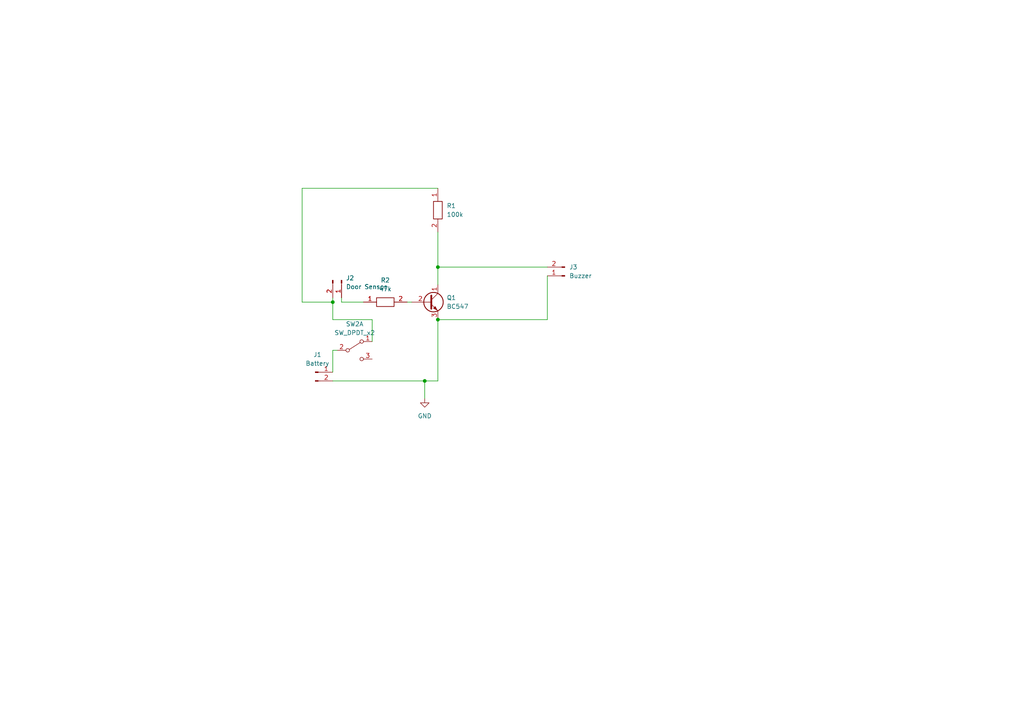
<source format=kicad_sch>
(kicad_sch (version 20230121) (generator eeschema)

  (uuid 36656498-d633-4af4-879b-1026b575ba94)

  (paper "A4")

  (lib_symbols
    (symbol "Connector:Conn_01x02_Pin" (pin_names (offset 1.016) hide) (in_bom yes) (on_board yes)
      (property "Reference" "J" (at 0 2.54 0)
        (effects (font (size 1.27 1.27)))
      )
      (property "Value" "Conn_01x02_Pin" (at 0 -5.08 0)
        (effects (font (size 1.27 1.27)))
      )
      (property "Footprint" "" (at 0 0 0)
        (effects (font (size 1.27 1.27)) hide)
      )
      (property "Datasheet" "~" (at 0 0 0)
        (effects (font (size 1.27 1.27)) hide)
      )
      (property "ki_locked" "" (at 0 0 0)
        (effects (font (size 1.27 1.27)))
      )
      (property "ki_keywords" "connector" (at 0 0 0)
        (effects (font (size 1.27 1.27)) hide)
      )
      (property "ki_description" "Generic connector, single row, 01x02, script generated" (at 0 0 0)
        (effects (font (size 1.27 1.27)) hide)
      )
      (property "ki_fp_filters" "Connector*:*_1x??_*" (at 0 0 0)
        (effects (font (size 1.27 1.27)) hide)
      )
      (symbol "Conn_01x02_Pin_1_1"
        (polyline
          (pts
            (xy 1.27 -2.54)
            (xy 0.8636 -2.54)
          )
          (stroke (width 0.1524) (type default))
          (fill (type none))
        )
        (polyline
          (pts
            (xy 1.27 0)
            (xy 0.8636 0)
          )
          (stroke (width 0.1524) (type default))
          (fill (type none))
        )
        (rectangle (start 0.8636 -2.413) (end 0 -2.667)
          (stroke (width 0.1524) (type default))
          (fill (type outline))
        )
        (rectangle (start 0.8636 0.127) (end 0 -0.127)
          (stroke (width 0.1524) (type default))
          (fill (type outline))
        )
        (pin passive line (at 5.08 0 180) (length 3.81)
          (name "Pin_1" (effects (font (size 1.27 1.27))))
          (number "1" (effects (font (size 1.27 1.27))))
        )
        (pin passive line (at 5.08 -2.54 180) (length 3.81)
          (name "Pin_2" (effects (font (size 1.27 1.27))))
          (number "2" (effects (font (size 1.27 1.27))))
        )
      )
    )
    (symbol "Switch:SW_DPDT_x2" (pin_names (offset 0) hide) (in_bom yes) (on_board yes)
      (property "Reference" "SW" (at 0 4.318 0)
        (effects (font (size 1.27 1.27)))
      )
      (property "Value" "SW_DPDT_x2" (at 0 -5.08 0)
        (effects (font (size 1.27 1.27)))
      )
      (property "Footprint" "" (at 0 0 0)
        (effects (font (size 1.27 1.27)) hide)
      )
      (property "Datasheet" "~" (at 0 0 0)
        (effects (font (size 1.27 1.27)) hide)
      )
      (property "ki_keywords" "switch dual-pole double-throw DPDT spdt ON-ON" (at 0 0 0)
        (effects (font (size 1.27 1.27)) hide)
      )
      (property "ki_description" "Switch, dual pole double throw, separate symbols" (at 0 0 0)
        (effects (font (size 1.27 1.27)) hide)
      )
      (property "ki_fp_filters" "SW*DPDT*" (at 0 0 0)
        (effects (font (size 1.27 1.27)) hide)
      )
      (symbol "SW_DPDT_x2_0_0"
        (circle (center -2.032 0) (radius 0.508)
          (stroke (width 0) (type default))
          (fill (type none))
        )
        (circle (center 2.032 -2.54) (radius 0.508)
          (stroke (width 0) (type default))
          (fill (type none))
        )
      )
      (symbol "SW_DPDT_x2_0_1"
        (polyline
          (pts
            (xy -1.524 0.254)
            (xy 1.651 2.286)
          )
          (stroke (width 0) (type default))
          (fill (type none))
        )
        (circle (center 2.032 2.54) (radius 0.508)
          (stroke (width 0) (type default))
          (fill (type none))
        )
      )
      (symbol "SW_DPDT_x2_1_1"
        (pin passive line (at 5.08 2.54 180) (length 2.54)
          (name "A" (effects (font (size 1.27 1.27))))
          (number "1" (effects (font (size 1.27 1.27))))
        )
        (pin passive line (at -5.08 0 0) (length 2.54)
          (name "B" (effects (font (size 1.27 1.27))))
          (number "2" (effects (font (size 1.27 1.27))))
        )
        (pin passive line (at 5.08 -2.54 180) (length 2.54)
          (name "C" (effects (font (size 1.27 1.27))))
          (number "3" (effects (font (size 1.27 1.27))))
        )
      )
      (symbol "SW_DPDT_x2_2_1"
        (pin passive line (at 5.08 2.54 180) (length 2.54)
          (name "A" (effects (font (size 1.27 1.27))))
          (number "4" (effects (font (size 1.27 1.27))))
        )
        (pin passive line (at -5.08 0 0) (length 2.54)
          (name "B" (effects (font (size 1.27 1.27))))
          (number "5" (effects (font (size 1.27 1.27))))
        )
        (pin passive line (at 5.08 -2.54 180) (length 2.54)
          (name "C" (effects (font (size 1.27 1.27))))
          (number "6" (effects (font (size 1.27 1.27))))
        )
      )
    )
    (symbol "Transistor_BJT:BC547" (pin_names (offset 0) hide) (in_bom yes) (on_board yes)
      (property "Reference" "Q" (at 5.08 1.905 0)
        (effects (font (size 1.27 1.27)) (justify left))
      )
      (property "Value" "BC547" (at 5.08 0 0)
        (effects (font (size 1.27 1.27)) (justify left))
      )
      (property "Footprint" "Package_TO_SOT_THT:TO-92_Inline" (at 5.08 -1.905 0)
        (effects (font (size 1.27 1.27) italic) (justify left) hide)
      )
      (property "Datasheet" "https://www.onsemi.com/pub/Collateral/BC550-D.pdf" (at 0 0 0)
        (effects (font (size 1.27 1.27)) (justify left) hide)
      )
      (property "ki_keywords" "NPN Transistor" (at 0 0 0)
        (effects (font (size 1.27 1.27)) hide)
      )
      (property "ki_description" "0.1A Ic, 45V Vce, Small Signal NPN Transistor, TO-92" (at 0 0 0)
        (effects (font (size 1.27 1.27)) hide)
      )
      (property "ki_fp_filters" "TO?92*" (at 0 0 0)
        (effects (font (size 1.27 1.27)) hide)
      )
      (symbol "BC547_0_1"
        (polyline
          (pts
            (xy 0 0)
            (xy 0.635 0)
          )
          (stroke (width 0) (type default))
          (fill (type none))
        )
        (polyline
          (pts
            (xy 0.635 0.635)
            (xy 2.54 2.54)
          )
          (stroke (width 0) (type default))
          (fill (type none))
        )
        (polyline
          (pts
            (xy 0.635 -0.635)
            (xy 2.54 -2.54)
            (xy 2.54 -2.54)
          )
          (stroke (width 0) (type default))
          (fill (type none))
        )
        (polyline
          (pts
            (xy 0.635 1.905)
            (xy 0.635 -1.905)
            (xy 0.635 -1.905)
          )
          (stroke (width 0.508) (type default))
          (fill (type none))
        )
        (polyline
          (pts
            (xy 1.27 -1.778)
            (xy 1.778 -1.27)
            (xy 2.286 -2.286)
            (xy 1.27 -1.778)
            (xy 1.27 -1.778)
          )
          (stroke (width 0) (type default))
          (fill (type outline))
        )
        (circle (center 1.27 0) (radius 2.8194)
          (stroke (width 0.254) (type default))
          (fill (type none))
        )
      )
      (symbol "BC547_1_1"
        (pin passive line (at 2.54 5.08 270) (length 2.54)
          (name "C" (effects (font (size 1.27 1.27))))
          (number "1" (effects (font (size 1.27 1.27))))
        )
        (pin input line (at -5.08 0 0) (length 5.08)
          (name "B" (effects (font (size 1.27 1.27))))
          (number "2" (effects (font (size 1.27 1.27))))
        )
        (pin passive line (at 2.54 -5.08 90) (length 2.54)
          (name "E" (effects (font (size 1.27 1.27))))
          (number "3" (effects (font (size 1.27 1.27))))
        )
      )
    )
    (symbol "V_Passive:RESISTOR_0.5" (in_bom yes) (on_board yes)
      (property "Reference" "R" (at -1.27 11.43 0)
        (effects (font (size 1.27 1.27)) (justify left))
      )
      (property "Value" "RESISTOR_0.5" (at -1.27 8.89 0)
        (effects (font (size 1.27 1.27)) (justify left))
      )
      (property "Footprint" "AX3_1N" (at 0 0 0)
        (effects (font (size 1.27 1.27)) hide)
      )
      (property "Datasheet" "" (at 0 0 0)
        (effects (font (size 1.27 1.27)) hide)
      )
      (property "ki_locked" "" (at 0 0 0)
        (effects (font (size 1.27 1.27)))
      )
      (property "ki_fp_filters" "AX3_1N" (at 0 0 0)
        (effects (font (size 1.27 1.27)) hide)
      )
      (symbol "RESISTOR_0.5_0_0"
        (rectangle (start -1.27 2.54) (end 1.27 -2.54)
          (stroke (width 0.2032) (type solid))
          (fill (type none))
        )
      )
      (symbol "RESISTOR_0.5_1_0"
        (pin unspecified line (at 0 6.35 270) (length 3.81)
          (name "~" (effects (font (size 1.27 1.27))))
          (number "1" (effects (font (size 1.27 1.27))))
        )
        (pin unspecified line (at 0 -6.35 90) (length 3.81)
          (name "~" (effects (font (size 1.27 1.27))))
          (number "2" (effects (font (size 1.27 1.27))))
        )
      )
    )
    (symbol "power:GND" (power) (pin_names (offset 0)) (in_bom yes) (on_board yes)
      (property "Reference" "#PWR" (at 0 -6.35 0)
        (effects (font (size 1.27 1.27)) hide)
      )
      (property "Value" "GND" (at 0 -3.81 0)
        (effects (font (size 1.27 1.27)))
      )
      (property "Footprint" "" (at 0 0 0)
        (effects (font (size 1.27 1.27)) hide)
      )
      (property "Datasheet" "" (at 0 0 0)
        (effects (font (size 1.27 1.27)) hide)
      )
      (property "ki_keywords" "global power" (at 0 0 0)
        (effects (font (size 1.27 1.27)) hide)
      )
      (property "ki_description" "Power symbol creates a global label with name \"GND\" , ground" (at 0 0 0)
        (effects (font (size 1.27 1.27)) hide)
      )
      (symbol "GND_0_1"
        (polyline
          (pts
            (xy 0 0)
            (xy 0 -1.27)
            (xy 1.27 -1.27)
            (xy 0 -2.54)
            (xy -1.27 -1.27)
            (xy 0 -1.27)
          )
          (stroke (width 0) (type default))
          (fill (type none))
        )
      )
      (symbol "GND_1_1"
        (pin power_in line (at 0 0 270) (length 0) hide
          (name "GND" (effects (font (size 1.27 1.27))))
          (number "1" (effects (font (size 1.27 1.27))))
        )
      )
    )
  )

  (junction (at 123.19 110.49) (diameter 0) (color 0 0 0 0)
    (uuid 036cd2d6-5fbc-4907-94d9-bbcd45fe0571)
  )
  (junction (at 96.52 87.63) (diameter 0) (color 0 0 0 0)
    (uuid 544a21b1-9d38-43f5-9bf4-a2671a974707)
  )
  (junction (at 127 92.71) (diameter 0) (color 0 0 0 0)
    (uuid a850ea94-ac0a-44d3-9266-e37281acc6d9)
  )
  (junction (at 127 77.47) (diameter 0) (color 0 0 0 0)
    (uuid cdc809bd-b2bf-4eb6-8541-2f2c9338aacf)
  )

  (wire (pts (xy 127 54.61) (xy 87.63 54.61))
    (stroke (width 0) (type default))
    (uuid 081a0c63-f31d-428a-9980-a92f547b6805)
  )
  (wire (pts (xy 158.75 92.71) (xy 127 92.71))
    (stroke (width 0) (type default))
    (uuid 0e45ebba-cfc7-4a57-ad1e-88195119af4d)
  )
  (wire (pts (xy 96.52 101.6) (xy 97.79 101.6))
    (stroke (width 0) (type default))
    (uuid 1c49db63-a883-4233-80a4-ad27884e5e24)
  )
  (wire (pts (xy 96.52 101.6) (xy 96.52 107.95))
    (stroke (width 0) (type default))
    (uuid 22147f37-52d9-47f6-924c-a92c6a9230bc)
  )
  (wire (pts (xy 127 110.49) (xy 127 92.71))
    (stroke (width 0) (type default))
    (uuid 27bab2ae-aa52-4e01-a328-3021d6ea9a51)
  )
  (wire (pts (xy 127 67.31) (xy 127 77.47))
    (stroke (width 0) (type default))
    (uuid 306e33c0-c7ae-4544-8bb4-bd3d64068c26)
  )
  (wire (pts (xy 158.75 80.01) (xy 158.75 92.71))
    (stroke (width 0) (type default))
    (uuid 3bc71877-db6c-48e4-8fee-24ffec4d8e3a)
  )
  (wire (pts (xy 123.19 110.49) (xy 127 110.49))
    (stroke (width 0) (type default))
    (uuid 4179ebbb-aa03-4611-8b55-927f842eb740)
  )
  (wire (pts (xy 118.11 87.63) (xy 119.38 87.63))
    (stroke (width 0) (type default))
    (uuid 644ba9f9-f61e-4209-b9c0-b53427ff0f3f)
  )
  (wire (pts (xy 107.95 99.06) (xy 107.95 92.71))
    (stroke (width 0) (type default))
    (uuid 664db28c-8842-49d3-9f27-d2c5f2a66967)
  )
  (wire (pts (xy 127 77.47) (xy 127 82.55))
    (stroke (width 0) (type default))
    (uuid 8aa22f9e-26d5-4a09-8d3a-aa39b15da50f)
  )
  (wire (pts (xy 123.19 110.49) (xy 123.19 115.57))
    (stroke (width 0) (type default))
    (uuid 91c214ce-0563-482a-af0f-1add24bddd26)
  )
  (wire (pts (xy 87.63 87.63) (xy 96.52 87.63))
    (stroke (width 0) (type default))
    (uuid 95fbbfd4-9c48-4b31-a310-cbcd7ae24004)
  )
  (wire (pts (xy 96.52 87.63) (xy 96.52 92.71))
    (stroke (width 0) (type default))
    (uuid a5f478ae-7ae9-473b-a768-83c97c1899de)
  )
  (wire (pts (xy 99.06 86.36) (xy 99.06 87.63))
    (stroke (width 0) (type default))
    (uuid bb01b158-2d90-4f50-a725-83f9f9f5e28b)
  )
  (wire (pts (xy 96.52 86.36) (xy 96.52 87.63))
    (stroke (width 0) (type default))
    (uuid c6eac9c8-3912-4170-915f-b836a2fca05c)
  )
  (wire (pts (xy 127 77.47) (xy 158.75 77.47))
    (stroke (width 0) (type default))
    (uuid dc9ce78f-c941-44f7-9aef-7294eda0429a)
  )
  (wire (pts (xy 96.52 110.49) (xy 123.19 110.49))
    (stroke (width 0) (type default))
    (uuid df712992-2036-480b-80b6-961c9a570e27)
  )
  (wire (pts (xy 107.95 92.71) (xy 96.52 92.71))
    (stroke (width 0) (type default))
    (uuid ef36b8ad-acef-4c36-a9c8-acfc5aa879b0)
  )
  (wire (pts (xy 99.06 87.63) (xy 105.41 87.63))
    (stroke (width 0) (type default))
    (uuid fad37918-1d5f-4688-a3ab-0f98c1fbb200)
  )
  (wire (pts (xy 87.63 54.61) (xy 87.63 87.63))
    (stroke (width 0) (type default))
    (uuid fcc60526-d63c-4641-bd9a-db1e3de2f392)
  )

  (symbol (lib_id "Connector:Conn_01x02_Pin") (at 99.06 81.28 270) (unit 1)
    (in_bom yes) (on_board yes) (dnp no) (fields_autoplaced)
    (uuid 2ea65649-7a99-43ba-96b9-72d46463d275)
    (property "Reference" "J2" (at 100.33 80.645 90)
      (effects (font (size 1.27 1.27)) (justify left))
    )
    (property "Value" "Door Sensor" (at 100.33 83.185 90)
      (effects (font (size 1.27 1.27)) (justify left))
    )
    (property "Footprint" "Connector_PinSocket_2.54mm:PinSocket_1x02_P2.54mm_Horizontal" (at 99.06 81.28 0)
      (effects (font (size 1.27 1.27)) hide)
    )
    (property "Datasheet" "~" (at 99.06 81.28 0)
      (effects (font (size 1.27 1.27)) hide)
    )
    (pin "1" (uuid 85ad86f3-de93-4203-a68f-55dc5bbfe046))
    (pin "2" (uuid 874ea030-ffc4-44ac-b64f-f00157b2e2e5))
    (instances
      (project "DoorAlarm_Basic"
        (path "/36656498-d633-4af4-879b-1026b575ba94"
          (reference "J2") (unit 1)
        )
      )
    )
  )

  (symbol (lib_id "Switch:SW_DPDT_x2") (at 102.87 101.6 0) (unit 1)
    (in_bom yes) (on_board yes) (dnp no) (fields_autoplaced)
    (uuid 5d5a3c90-cabe-4a74-a2c1-327b3229d8bb)
    (property "Reference" "SW2" (at 102.87 93.98 0)
      (effects (font (size 1.27 1.27)))
    )
    (property "Value" "SW_DPDT_x2" (at 102.87 96.52 0)
      (effects (font (size 1.27 1.27)))
    )
    (property "Footprint" "Button_Switch_THT:SW_CuK_JS202011CQN_DPDT_Straight" (at 102.87 101.6 0)
      (effects (font (size 1.27 1.27)) hide)
    )
    (property "Datasheet" "~" (at 102.87 101.6 0)
      (effects (font (size 1.27 1.27)) hide)
    )
    (pin "1" (uuid f5ff54f7-b9c4-461a-91d3-30ed20a44b99))
    (pin "2" (uuid 510b65a4-0215-4048-963f-41ab1ca7ee8d))
    (pin "3" (uuid 4d838bf2-b0ff-4dcd-94e7-15f68e5a764a))
    (pin "4" (uuid 7a5b9003-f530-414b-942f-b2bc6999b561))
    (pin "5" (uuid 50e492f4-ebab-4d3d-8fce-3a01c6daf870))
    (pin "6" (uuid d39d473e-ae78-4a8b-bef3-597dcce32f0a))
    (instances
      (project "DoorAlarm_Basic"
        (path "/36656498-d633-4af4-879b-1026b575ba94"
          (reference "SW2") (unit 1)
        )
      )
    )
  )

  (symbol (lib_id "Connector:Conn_01x02_Pin") (at 91.44 107.95 0) (unit 1)
    (in_bom yes) (on_board yes) (dnp no) (fields_autoplaced)
    (uuid 67da1982-1f50-4f21-886b-1afb12d4bb37)
    (property "Reference" "J1" (at 92.075 102.87 0)
      (effects (font (size 1.27 1.27)))
    )
    (property "Value" "Battery" (at 92.075 105.41 0)
      (effects (font (size 1.27 1.27)))
    )
    (property "Footprint" "Connector_PinSocket_2.54mm:PinSocket_1x02_P2.54mm_Horizontal" (at 91.44 107.95 0)
      (effects (font (size 1.27 1.27)) hide)
    )
    (property "Datasheet" "~" (at 91.44 107.95 0)
      (effects (font (size 1.27 1.27)) hide)
    )
    (pin "1" (uuid e8e88ff7-754e-4582-89bf-53f84d71fd9a))
    (pin "2" (uuid 97e79b5b-9920-40a0-b60b-0a959d451750))
    (instances
      (project "DoorAlarm_Basic"
        (path "/36656498-d633-4af4-879b-1026b575ba94"
          (reference "J1") (unit 1)
        )
      )
    )
  )

  (symbol (lib_id "V_Passive:RESISTOR_0.5") (at 111.76 87.63 90) (unit 1)
    (in_bom yes) (on_board yes) (dnp no) (fields_autoplaced)
    (uuid 7b27d90f-7e9e-4266-bbcc-1947b1494ac5)
    (property "Reference" "R2" (at 111.76 81.28 90)
      (effects (font (size 1.27 1.27)))
    )
    (property "Value" "47k" (at 111.76 83.82 90)
      (effects (font (size 1.27 1.27)))
    )
    (property "Footprint" "Resistor_THT:R_Axial_DIN0204_L3.6mm_D1.6mm_P5.08mm_Horizontal" (at 111.76 87.63 0)
      (effects (font (size 1.27 1.27)) hide)
    )
    (property "Datasheet" "" (at 111.76 87.63 0)
      (effects (font (size 1.27 1.27)) hide)
    )
    (pin "1" (uuid c4842212-bc6b-4e6c-a19b-07652bc8b6fb))
    (pin "2" (uuid c28649f7-1ee9-428c-9c5a-a99de09fb865))
    (instances
      (project "DoorAlarm_Basic"
        (path "/36656498-d633-4af4-879b-1026b575ba94"
          (reference "R2") (unit 1)
        )
      )
    )
  )

  (symbol (lib_id "Connector:Conn_01x02_Pin") (at 163.83 80.01 180) (unit 1)
    (in_bom yes) (on_board yes) (dnp no) (fields_autoplaced)
    (uuid 7d86f54d-c4d4-4d55-a022-f68630aa2c56)
    (property "Reference" "J3" (at 165.1 77.47 0)
      (effects (font (size 1.27 1.27)) (justify right))
    )
    (property "Value" "Buzzer" (at 165.1 80.01 0)
      (effects (font (size 1.27 1.27)) (justify right))
    )
    (property "Footprint" "Connector_PinSocket_2.54mm:PinSocket_1x02_P2.54mm_Horizontal" (at 163.83 80.01 0)
      (effects (font (size 1.27 1.27)) hide)
    )
    (property "Datasheet" "~" (at 163.83 80.01 0)
      (effects (font (size 1.27 1.27)) hide)
    )
    (pin "1" (uuid 7729c495-d34d-43be-9b39-bf4ed80ee53b))
    (pin "2" (uuid 9c4a894e-7746-4234-9eeb-3e8786997ed8))
    (instances
      (project "DoorAlarm_Basic"
        (path "/36656498-d633-4af4-879b-1026b575ba94"
          (reference "J3") (unit 1)
        )
      )
    )
  )

  (symbol (lib_id "V_Passive:RESISTOR_0.5") (at 127 60.96 0) (unit 1)
    (in_bom yes) (on_board yes) (dnp no) (fields_autoplaced)
    (uuid 97150033-ba2d-4c0e-b69f-b921eaa85aac)
    (property "Reference" "R1" (at 129.54 59.69 0)
      (effects (font (size 1.27 1.27)) (justify left))
    )
    (property "Value" "100k" (at 129.54 62.23 0)
      (effects (font (size 1.27 1.27)) (justify left))
    )
    (property "Footprint" "Resistor_THT:R_Axial_DIN0204_L3.6mm_D1.6mm_P5.08mm_Horizontal" (at 127 60.96 0)
      (effects (font (size 1.27 1.27)) hide)
    )
    (property "Datasheet" "" (at 127 60.96 0)
      (effects (font (size 1.27 1.27)) hide)
    )
    (pin "1" (uuid 574a2917-233e-48b1-b925-1c27b2355bef))
    (pin "2" (uuid 711f852f-f084-4eb3-b34d-e12e0e25f70c))
    (instances
      (project "DoorAlarm_Basic"
        (path "/36656498-d633-4af4-879b-1026b575ba94"
          (reference "R1") (unit 1)
        )
      )
    )
  )

  (symbol (lib_id "power:GND") (at 123.19 115.57 0) (unit 1)
    (in_bom yes) (on_board yes) (dnp no) (fields_autoplaced)
    (uuid 97c1563c-16ec-468e-a6e1-6140c7f1dd19)
    (property "Reference" "#PWR01" (at 123.19 121.92 0)
      (effects (font (size 1.27 1.27)) hide)
    )
    (property "Value" "GND" (at 123.19 120.65 0)
      (effects (font (size 1.27 1.27)))
    )
    (property "Footprint" "" (at 123.19 115.57 0)
      (effects (font (size 1.27 1.27)) hide)
    )
    (property "Datasheet" "" (at 123.19 115.57 0)
      (effects (font (size 1.27 1.27)) hide)
    )
    (pin "1" (uuid b1247957-2f68-4ce1-b538-8886d9358c29))
    (instances
      (project "DoorAlarm_Basic"
        (path "/36656498-d633-4af4-879b-1026b575ba94"
          (reference "#PWR01") (unit 1)
        )
      )
    )
  )

  (symbol (lib_id "Transistor_BJT:BC547") (at 124.46 87.63 0) (unit 1)
    (in_bom yes) (on_board yes) (dnp no) (fields_autoplaced)
    (uuid f745b6b7-877b-4b32-b474-d90919af2845)
    (property "Reference" "Q1" (at 129.54 86.36 0)
      (effects (font (size 1.27 1.27)) (justify left))
    )
    (property "Value" "BC547" (at 129.54 88.9 0)
      (effects (font (size 1.27 1.27)) (justify left))
    )
    (property "Footprint" "Package_TO_SOT_THT:TO-92_Inline" (at 129.54 89.535 0)
      (effects (font (size 1.27 1.27) italic) (justify left) hide)
    )
    (property "Datasheet" "https://www.onsemi.com/pub/Collateral/BC550-D.pdf" (at 124.46 87.63 0)
      (effects (font (size 1.27 1.27)) (justify left) hide)
    )
    (pin "1" (uuid db9b355f-4151-4e62-897d-742d972df71b))
    (pin "2" (uuid 83df5fad-1062-44a2-9a42-696f765c9867))
    (pin "3" (uuid 5b2d9a23-6486-418a-9bfb-137d05c34df6))
    (instances
      (project "DoorAlarm_Basic"
        (path "/36656498-d633-4af4-879b-1026b575ba94"
          (reference "Q1") (unit 1)
        )
      )
    )
  )

  (sheet_instances
    (path "/" (page "1"))
  )
)

</source>
